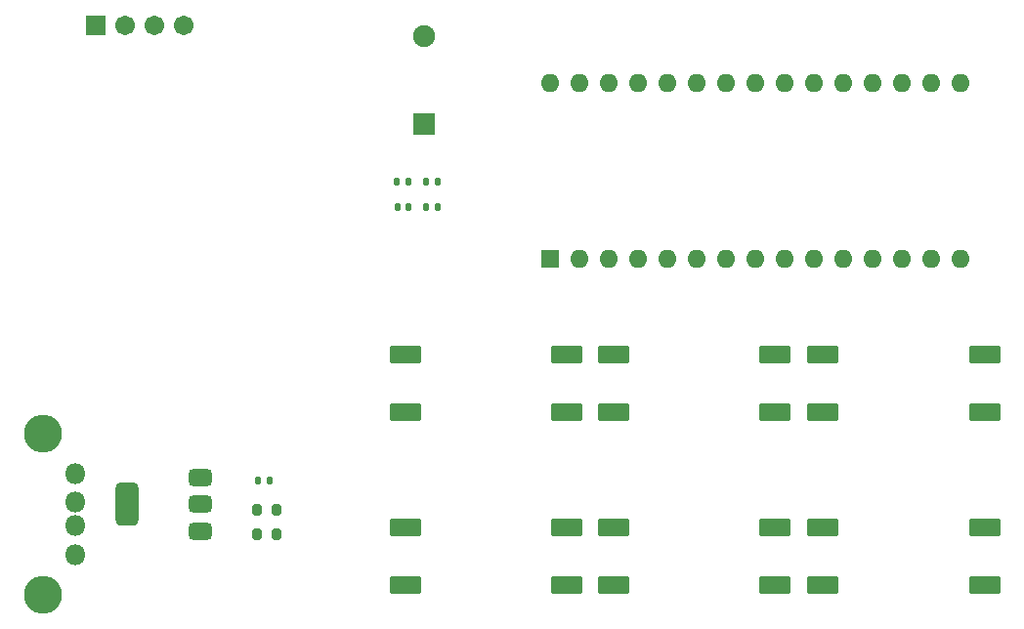
<source format=gbr>
%TF.GenerationSoftware,KiCad,Pcbnew,9.0.7*%
%TF.CreationDate,2026-02-24T09:39:31-07:00*%
%TF.ProjectId,SpeedJeck,53706565-644a-4656-936b-2e6b69636164,1*%
%TF.SameCoordinates,Original*%
%TF.FileFunction,Soldermask,Top*%
%TF.FilePolarity,Negative*%
%FSLAX46Y46*%
G04 Gerber Fmt 4.6, Leading zero omitted, Abs format (unit mm)*
G04 Created by KiCad (PCBNEW 9.0.7) date 2026-02-24 09:39:31*
%MOMM*%
%LPD*%
G01*
G04 APERTURE LIST*
G04 Aperture macros list*
%AMRoundRect*
0 Rectangle with rounded corners*
0 $1 Rounding radius*
0 $2 $3 $4 $5 $6 $7 $8 $9 X,Y pos of 4 corners*
0 Add a 4 corners polygon primitive as box body*
4,1,4,$2,$3,$4,$5,$6,$7,$8,$9,$2,$3,0*
0 Add four circle primitives for the rounded corners*
1,1,$1+$1,$2,$3*
1,1,$1+$1,$4,$5*
1,1,$1+$1,$6,$7*
1,1,$1+$1,$8,$9*
0 Add four rect primitives between the rounded corners*
20,1,$1+$1,$2,$3,$4,$5,0*
20,1,$1+$1,$4,$5,$6,$7,0*
20,1,$1+$1,$6,$7,$8,$9,0*
20,1,$1+$1,$8,$9,$2,$3,0*%
G04 Aperture macros list end*
%ADD10RoundRect,0.147500X-0.147500X-0.172500X0.147500X-0.172500X0.147500X0.172500X-0.147500X0.172500X0*%
%ADD11RoundRect,0.135000X-0.135000X-0.185000X0.135000X-0.185000X0.135000X0.185000X-0.135000X0.185000X0*%
%ADD12RoundRect,0.102000X-0.754000X-0.754000X0.754000X-0.754000X0.754000X0.754000X-0.754000X0.754000X0*%
%ADD13C,1.712000*%
%ADD14RoundRect,0.050800X-1.270000X-0.700000X1.270000X-0.700000X1.270000X0.700000X-1.270000X0.700000X0*%
%ADD15R,1.600000X1.600000*%
%ADD16O,1.600000X1.600000*%
%ADD17RoundRect,0.200000X0.200000X0.275000X-0.200000X0.275000X-0.200000X-0.275000X0.200000X-0.275000X0*%
%ADD18O,1.801600X1.801600*%
%ADD19O,3.301600X3.301600*%
%ADD20RoundRect,0.200000X-0.200000X-0.275000X0.200000X-0.275000X0.200000X0.275000X-0.200000X0.275000X0*%
%ADD21O,1.901600X1.901600*%
%ADD22RoundRect,0.050800X-0.900000X0.900000X-0.900000X-0.900000X0.900000X-0.900000X0.900000X0.900000X0*%
%ADD23RoundRect,0.375000X0.625000X0.375000X-0.625000X0.375000X-0.625000X-0.375000X0.625000X-0.375000X0*%
%ADD24RoundRect,0.500000X0.500000X1.400000X-0.500000X1.400000X-0.500000X-1.400000X0.500000X-1.400000X0*%
G04 APERTURE END LIST*
D10*
%TO.C,D1*%
X146295000Y-59250000D03*
X147265000Y-59250000D03*
%TD*%
D11*
%TO.C,R1*%
X134188200Y-82931000D03*
X135208200Y-82931000D03*
%TD*%
D12*
%TO.C,U2*%
X120190000Y-43450000D03*
D13*
X122730000Y-43450000D03*
X125270000Y-43450000D03*
X127810000Y-43450000D03*
%TD*%
D14*
%TO.C,DOWN*%
X165000000Y-87000100D03*
X165000000Y-91999900D03*
X179000000Y-87000100D03*
X179000000Y-91999900D03*
%TD*%
D11*
%TO.C,R3*%
X148760000Y-59250000D03*
X149780000Y-59250000D03*
%TD*%
D15*
%TO.C,A1*%
X159512000Y-63754000D03*
D16*
X162052000Y-63754000D03*
X164592000Y-63754000D03*
X167132000Y-63754000D03*
X169672000Y-63754000D03*
X172212000Y-63754000D03*
X174752000Y-63754000D03*
X177292000Y-63754000D03*
X179832000Y-63754000D03*
X182372000Y-63754000D03*
X184912000Y-63754000D03*
X187452000Y-63754000D03*
X189992000Y-63754000D03*
X192532000Y-63754000D03*
X195072000Y-63754000D03*
X195072000Y-48514000D03*
X192532000Y-48514000D03*
X189992000Y-48514000D03*
X187452000Y-48514000D03*
X184912000Y-48514000D03*
X182372000Y-48514000D03*
X179832000Y-48514000D03*
X177292000Y-48514000D03*
X174752000Y-48514000D03*
X172212000Y-48514000D03*
X169672000Y-48514000D03*
X167132000Y-48514000D03*
X164592000Y-48514000D03*
X162052000Y-48514000D03*
X159512000Y-48514000D03*
%TD*%
D14*
%TO.C,ENTER*%
X183200000Y-72000100D03*
X183200000Y-76999900D03*
X197200000Y-72000100D03*
X197200000Y-76999900D03*
%TD*%
%TO.C,BACK*%
X147000000Y-87000100D03*
X147000000Y-91999900D03*
X161000000Y-87000100D03*
X161000000Y-91999900D03*
%TD*%
D17*
%TO.C,R8*%
X135825000Y-87630000D03*
X134175000Y-87630000D03*
%TD*%
D18*
%TO.C,USB*%
X118407600Y-82331600D03*
X118407600Y-84833500D03*
X118407600Y-86832400D03*
X118407600Y-89331800D03*
D19*
X115636400Y-92852200D03*
X115636400Y-78851800D03*
%TD*%
D20*
%TO.C,R7*%
X134175000Y-85500000D03*
X135825000Y-85500000D03*
%TD*%
D14*
%TO.C,MENU*%
X147000000Y-72000100D03*
X147000000Y-76999900D03*
X161000000Y-72000100D03*
X161000000Y-76999900D03*
%TD*%
D11*
%TO.C,R2*%
X148750000Y-57000000D03*
X149770000Y-57000000D03*
%TD*%
D21*
%TO.C,BZ1*%
X148600000Y-44400000D03*
D22*
X148600000Y-52000000D03*
%TD*%
D14*
%TO.C,NEXT*%
X183200000Y-87000100D03*
X183200000Y-91999900D03*
X197200000Y-87000100D03*
X197200000Y-91999900D03*
%TD*%
D10*
%TO.C,D2*%
X146285000Y-57000000D03*
X147255000Y-57000000D03*
%TD*%
D14*
%TO.C,UP*%
X165000000Y-72000100D03*
X165000000Y-76999900D03*
X179000000Y-72000100D03*
X179000000Y-76999900D03*
%TD*%
D23*
%TO.C,U3*%
X129210000Y-87300000D03*
X129210000Y-85000000D03*
D24*
X122910000Y-85000000D03*
D23*
X129210000Y-82700000D03*
%TD*%
M02*

</source>
